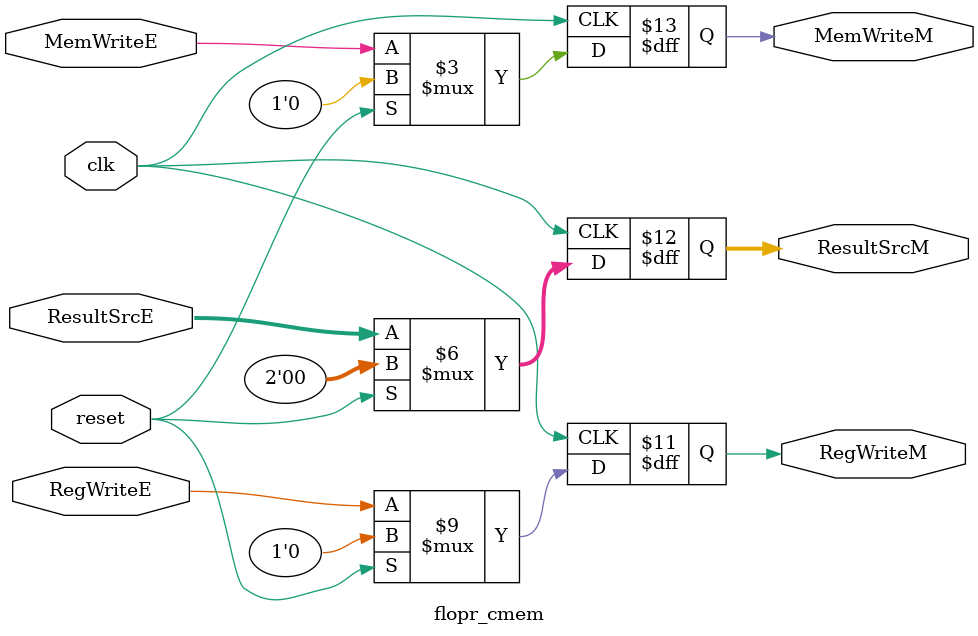
<source format=v>
/*
 * Module: flopr_cmem
 * Description: Pipeline Register (E/M Stage) with Asynchronous Reset.
 * Passes control signals from the Execute stage (E) to the Memory stage (M).
 */
module flopr_cmem (
    // Inputs (Control & Clock)
    input wire clk,         // 1. Clock
    input wire reset,       // 2. Synchronous Reset (Active High)

    // Data Signals (E -> M)
    // RegWrite
    input wire RegWriteE,   // 3. Register Write Enable (Execute) - E input
    output reg RegWriteM,   // 4. Register Write Enable (Memory) - M output

    // ResultSrc
    input wire [1:0] ResultSrcE,  // 5. Result Source Select (Execute) - E input
    output reg [1:0] ResultSrcM,  // 6. Result Source Select (Memory) - M output

    // MemWrite
    input wire MemWriteE,   // 7. Memory Write Enable (Execute) - E input
    output reg MemWriteM    // 8. Memory Write Enable (Memory) - M output
);

    // --- Register Logic ---
    // This is a basic D-flop with an asynchronous reset.
    // Since no enable signal was specified (like FlushE in the previous example), 
    // the register simply loads the new data on every positive clock edge, 
    // unless the reset is active.
    
    always @(posedge clk) begin
        if (reset) begin
            RegWriteM   <= 1'b0;
            ResultSrcM  <= 2'b00;
            MemWriteM   <= 1'b0;
        end else begin
            // Synchronous Load: Capture the data from the E stage
            RegWriteM   <= RegWriteE;
            ResultSrcM  <= ResultSrcE;
            MemWriteM   <= MemWriteE;
        end
    end

endmodule
</source>
